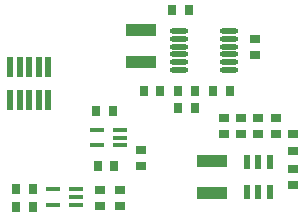
<source format=gtp>
G04*
G04 #@! TF.GenerationSoftware,Altium Limited,Altium Designer,19.1.5 (86)*
G04*
G04 Layer_Color=8421504*
%FSLAX25Y25*%
%MOIN*%
G70*
G01*
G75*
%ADD15R,0.04528X0.01575*%
%ADD16R,0.03543X0.03150*%
%ADD17R,0.03150X0.03543*%
%ADD18R,0.02362X0.04921*%
%ADD19O,0.06299X0.01772*%
%ADD20R,0.10236X0.04331*%
%ADD21R,0.02000X0.07000*%
D15*
X84842Y8465D02*
D03*
Y11024D02*
D03*
Y13583D02*
D03*
X77362D02*
D03*
Y8465D02*
D03*
X99410Y28150D02*
D03*
Y30709D02*
D03*
Y33268D02*
D03*
X91929D02*
D03*
Y28150D02*
D03*
D16*
X92913Y7874D02*
D03*
Y13386D02*
D03*
X99606Y13386D02*
D03*
Y7874D02*
D03*
X144488Y58268D02*
D03*
Y63779D02*
D03*
X106693Y26772D02*
D03*
Y21260D02*
D03*
X157086Y26379D02*
D03*
Y31890D02*
D03*
Y14961D02*
D03*
Y20473D02*
D03*
X134252Y37402D02*
D03*
Y31890D02*
D03*
X139764Y37402D02*
D03*
Y31890D02*
D03*
X151574Y37403D02*
D03*
Y31891D02*
D03*
X145669Y37402D02*
D03*
Y31890D02*
D03*
D17*
X70472Y7480D02*
D03*
X64961D02*
D03*
X64961Y13780D02*
D03*
X70473D02*
D03*
X124409Y46457D02*
D03*
X118898D02*
D03*
X136221D02*
D03*
X130709D02*
D03*
X122441Y73228D02*
D03*
X116929D02*
D03*
X124409Y40551D02*
D03*
X118898D02*
D03*
X107480Y46457D02*
D03*
X112992D02*
D03*
X97638Y21260D02*
D03*
X92126D02*
D03*
X97244Y39764D02*
D03*
X91732D02*
D03*
D18*
X141929Y12795D02*
D03*
X145669D02*
D03*
X149409D02*
D03*
Y22638D02*
D03*
X145669D02*
D03*
X141929D02*
D03*
D19*
X136024Y53445D02*
D03*
Y56004D02*
D03*
Y58563D02*
D03*
Y61122D02*
D03*
Y63681D02*
D03*
Y66240D02*
D03*
X119095Y53445D02*
D03*
Y56004D02*
D03*
Y58563D02*
D03*
Y61122D02*
D03*
Y63681D02*
D03*
Y66240D02*
D03*
D20*
X106693Y56102D02*
D03*
Y66732D02*
D03*
X130315Y23032D02*
D03*
Y12402D02*
D03*
D21*
X75591Y54319D02*
D03*
Y43319D02*
D03*
X72441Y54319D02*
D03*
Y43319D02*
D03*
X69291Y54319D02*
D03*
Y43319D02*
D03*
X66141Y54319D02*
D03*
Y43319D02*
D03*
X62991Y54319D02*
D03*
Y43319D02*
D03*
M02*

</source>
